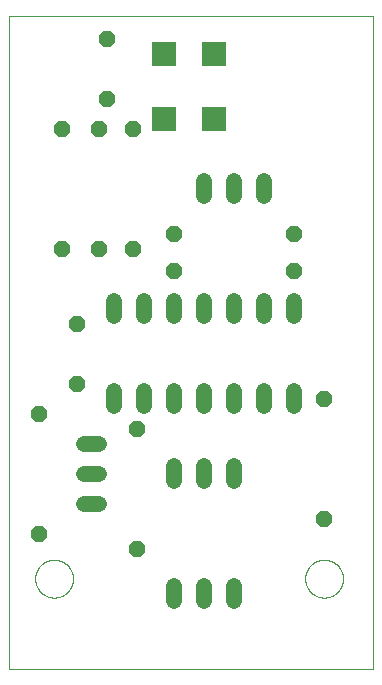
<source format=gtl>
G75*
%MOIN*%
%OFA0B0*%
%FSLAX25Y25*%
%IPPOS*%
%LPD*%
%AMOC8*
5,1,8,0,0,1.08239X$1,22.5*
%
%ADD10C,0.00000*%
%ADD11OC8,0.05200*%
%ADD12R,0.08268X0.08268*%
%ADD13C,0.05200*%
D10*
X0001800Y0001800D02*
X0001800Y0219261D01*
X0123001Y0219261D01*
X0123001Y0001800D01*
X0001800Y0001800D01*
X0010501Y0031800D02*
X0010503Y0031958D01*
X0010509Y0032116D01*
X0010519Y0032274D01*
X0010533Y0032432D01*
X0010551Y0032589D01*
X0010572Y0032746D01*
X0010598Y0032902D01*
X0010628Y0033058D01*
X0010661Y0033213D01*
X0010699Y0033366D01*
X0010740Y0033519D01*
X0010785Y0033671D01*
X0010834Y0033822D01*
X0010887Y0033971D01*
X0010943Y0034119D01*
X0011003Y0034265D01*
X0011067Y0034410D01*
X0011135Y0034553D01*
X0011206Y0034695D01*
X0011280Y0034835D01*
X0011358Y0034972D01*
X0011440Y0035108D01*
X0011524Y0035242D01*
X0011613Y0035373D01*
X0011704Y0035502D01*
X0011799Y0035629D01*
X0011896Y0035754D01*
X0011997Y0035876D01*
X0012101Y0035995D01*
X0012208Y0036112D01*
X0012318Y0036226D01*
X0012431Y0036337D01*
X0012546Y0036446D01*
X0012664Y0036551D01*
X0012785Y0036653D01*
X0012908Y0036753D01*
X0013034Y0036849D01*
X0013162Y0036942D01*
X0013292Y0037032D01*
X0013425Y0037118D01*
X0013560Y0037202D01*
X0013696Y0037281D01*
X0013835Y0037358D01*
X0013976Y0037430D01*
X0014118Y0037500D01*
X0014262Y0037565D01*
X0014408Y0037627D01*
X0014555Y0037685D01*
X0014704Y0037740D01*
X0014854Y0037791D01*
X0015005Y0037838D01*
X0015157Y0037881D01*
X0015310Y0037920D01*
X0015465Y0037956D01*
X0015620Y0037987D01*
X0015776Y0038015D01*
X0015932Y0038039D01*
X0016089Y0038059D01*
X0016247Y0038075D01*
X0016404Y0038087D01*
X0016563Y0038095D01*
X0016721Y0038099D01*
X0016879Y0038099D01*
X0017037Y0038095D01*
X0017196Y0038087D01*
X0017353Y0038075D01*
X0017511Y0038059D01*
X0017668Y0038039D01*
X0017824Y0038015D01*
X0017980Y0037987D01*
X0018135Y0037956D01*
X0018290Y0037920D01*
X0018443Y0037881D01*
X0018595Y0037838D01*
X0018746Y0037791D01*
X0018896Y0037740D01*
X0019045Y0037685D01*
X0019192Y0037627D01*
X0019338Y0037565D01*
X0019482Y0037500D01*
X0019624Y0037430D01*
X0019765Y0037358D01*
X0019904Y0037281D01*
X0020040Y0037202D01*
X0020175Y0037118D01*
X0020308Y0037032D01*
X0020438Y0036942D01*
X0020566Y0036849D01*
X0020692Y0036753D01*
X0020815Y0036653D01*
X0020936Y0036551D01*
X0021054Y0036446D01*
X0021169Y0036337D01*
X0021282Y0036226D01*
X0021392Y0036112D01*
X0021499Y0035995D01*
X0021603Y0035876D01*
X0021704Y0035754D01*
X0021801Y0035629D01*
X0021896Y0035502D01*
X0021987Y0035373D01*
X0022076Y0035242D01*
X0022160Y0035108D01*
X0022242Y0034972D01*
X0022320Y0034835D01*
X0022394Y0034695D01*
X0022465Y0034553D01*
X0022533Y0034410D01*
X0022597Y0034265D01*
X0022657Y0034119D01*
X0022713Y0033971D01*
X0022766Y0033822D01*
X0022815Y0033671D01*
X0022860Y0033519D01*
X0022901Y0033366D01*
X0022939Y0033213D01*
X0022972Y0033058D01*
X0023002Y0032902D01*
X0023028Y0032746D01*
X0023049Y0032589D01*
X0023067Y0032432D01*
X0023081Y0032274D01*
X0023091Y0032116D01*
X0023097Y0031958D01*
X0023099Y0031800D01*
X0023097Y0031642D01*
X0023091Y0031484D01*
X0023081Y0031326D01*
X0023067Y0031168D01*
X0023049Y0031011D01*
X0023028Y0030854D01*
X0023002Y0030698D01*
X0022972Y0030542D01*
X0022939Y0030387D01*
X0022901Y0030234D01*
X0022860Y0030081D01*
X0022815Y0029929D01*
X0022766Y0029778D01*
X0022713Y0029629D01*
X0022657Y0029481D01*
X0022597Y0029335D01*
X0022533Y0029190D01*
X0022465Y0029047D01*
X0022394Y0028905D01*
X0022320Y0028765D01*
X0022242Y0028628D01*
X0022160Y0028492D01*
X0022076Y0028358D01*
X0021987Y0028227D01*
X0021896Y0028098D01*
X0021801Y0027971D01*
X0021704Y0027846D01*
X0021603Y0027724D01*
X0021499Y0027605D01*
X0021392Y0027488D01*
X0021282Y0027374D01*
X0021169Y0027263D01*
X0021054Y0027154D01*
X0020936Y0027049D01*
X0020815Y0026947D01*
X0020692Y0026847D01*
X0020566Y0026751D01*
X0020438Y0026658D01*
X0020308Y0026568D01*
X0020175Y0026482D01*
X0020040Y0026398D01*
X0019904Y0026319D01*
X0019765Y0026242D01*
X0019624Y0026170D01*
X0019482Y0026100D01*
X0019338Y0026035D01*
X0019192Y0025973D01*
X0019045Y0025915D01*
X0018896Y0025860D01*
X0018746Y0025809D01*
X0018595Y0025762D01*
X0018443Y0025719D01*
X0018290Y0025680D01*
X0018135Y0025644D01*
X0017980Y0025613D01*
X0017824Y0025585D01*
X0017668Y0025561D01*
X0017511Y0025541D01*
X0017353Y0025525D01*
X0017196Y0025513D01*
X0017037Y0025505D01*
X0016879Y0025501D01*
X0016721Y0025501D01*
X0016563Y0025505D01*
X0016404Y0025513D01*
X0016247Y0025525D01*
X0016089Y0025541D01*
X0015932Y0025561D01*
X0015776Y0025585D01*
X0015620Y0025613D01*
X0015465Y0025644D01*
X0015310Y0025680D01*
X0015157Y0025719D01*
X0015005Y0025762D01*
X0014854Y0025809D01*
X0014704Y0025860D01*
X0014555Y0025915D01*
X0014408Y0025973D01*
X0014262Y0026035D01*
X0014118Y0026100D01*
X0013976Y0026170D01*
X0013835Y0026242D01*
X0013696Y0026319D01*
X0013560Y0026398D01*
X0013425Y0026482D01*
X0013292Y0026568D01*
X0013162Y0026658D01*
X0013034Y0026751D01*
X0012908Y0026847D01*
X0012785Y0026947D01*
X0012664Y0027049D01*
X0012546Y0027154D01*
X0012431Y0027263D01*
X0012318Y0027374D01*
X0012208Y0027488D01*
X0012101Y0027605D01*
X0011997Y0027724D01*
X0011896Y0027846D01*
X0011799Y0027971D01*
X0011704Y0028098D01*
X0011613Y0028227D01*
X0011524Y0028358D01*
X0011440Y0028492D01*
X0011358Y0028628D01*
X0011280Y0028765D01*
X0011206Y0028905D01*
X0011135Y0029047D01*
X0011067Y0029190D01*
X0011003Y0029335D01*
X0010943Y0029481D01*
X0010887Y0029629D01*
X0010834Y0029778D01*
X0010785Y0029929D01*
X0010740Y0030081D01*
X0010699Y0030234D01*
X0010661Y0030387D01*
X0010628Y0030542D01*
X0010598Y0030698D01*
X0010572Y0030854D01*
X0010551Y0031011D01*
X0010533Y0031168D01*
X0010519Y0031326D01*
X0010509Y0031484D01*
X0010503Y0031642D01*
X0010501Y0031800D01*
X0100501Y0031800D02*
X0100503Y0031958D01*
X0100509Y0032116D01*
X0100519Y0032274D01*
X0100533Y0032432D01*
X0100551Y0032589D01*
X0100572Y0032746D01*
X0100598Y0032902D01*
X0100628Y0033058D01*
X0100661Y0033213D01*
X0100699Y0033366D01*
X0100740Y0033519D01*
X0100785Y0033671D01*
X0100834Y0033822D01*
X0100887Y0033971D01*
X0100943Y0034119D01*
X0101003Y0034265D01*
X0101067Y0034410D01*
X0101135Y0034553D01*
X0101206Y0034695D01*
X0101280Y0034835D01*
X0101358Y0034972D01*
X0101440Y0035108D01*
X0101524Y0035242D01*
X0101613Y0035373D01*
X0101704Y0035502D01*
X0101799Y0035629D01*
X0101896Y0035754D01*
X0101997Y0035876D01*
X0102101Y0035995D01*
X0102208Y0036112D01*
X0102318Y0036226D01*
X0102431Y0036337D01*
X0102546Y0036446D01*
X0102664Y0036551D01*
X0102785Y0036653D01*
X0102908Y0036753D01*
X0103034Y0036849D01*
X0103162Y0036942D01*
X0103292Y0037032D01*
X0103425Y0037118D01*
X0103560Y0037202D01*
X0103696Y0037281D01*
X0103835Y0037358D01*
X0103976Y0037430D01*
X0104118Y0037500D01*
X0104262Y0037565D01*
X0104408Y0037627D01*
X0104555Y0037685D01*
X0104704Y0037740D01*
X0104854Y0037791D01*
X0105005Y0037838D01*
X0105157Y0037881D01*
X0105310Y0037920D01*
X0105465Y0037956D01*
X0105620Y0037987D01*
X0105776Y0038015D01*
X0105932Y0038039D01*
X0106089Y0038059D01*
X0106247Y0038075D01*
X0106404Y0038087D01*
X0106563Y0038095D01*
X0106721Y0038099D01*
X0106879Y0038099D01*
X0107037Y0038095D01*
X0107196Y0038087D01*
X0107353Y0038075D01*
X0107511Y0038059D01*
X0107668Y0038039D01*
X0107824Y0038015D01*
X0107980Y0037987D01*
X0108135Y0037956D01*
X0108290Y0037920D01*
X0108443Y0037881D01*
X0108595Y0037838D01*
X0108746Y0037791D01*
X0108896Y0037740D01*
X0109045Y0037685D01*
X0109192Y0037627D01*
X0109338Y0037565D01*
X0109482Y0037500D01*
X0109624Y0037430D01*
X0109765Y0037358D01*
X0109904Y0037281D01*
X0110040Y0037202D01*
X0110175Y0037118D01*
X0110308Y0037032D01*
X0110438Y0036942D01*
X0110566Y0036849D01*
X0110692Y0036753D01*
X0110815Y0036653D01*
X0110936Y0036551D01*
X0111054Y0036446D01*
X0111169Y0036337D01*
X0111282Y0036226D01*
X0111392Y0036112D01*
X0111499Y0035995D01*
X0111603Y0035876D01*
X0111704Y0035754D01*
X0111801Y0035629D01*
X0111896Y0035502D01*
X0111987Y0035373D01*
X0112076Y0035242D01*
X0112160Y0035108D01*
X0112242Y0034972D01*
X0112320Y0034835D01*
X0112394Y0034695D01*
X0112465Y0034553D01*
X0112533Y0034410D01*
X0112597Y0034265D01*
X0112657Y0034119D01*
X0112713Y0033971D01*
X0112766Y0033822D01*
X0112815Y0033671D01*
X0112860Y0033519D01*
X0112901Y0033366D01*
X0112939Y0033213D01*
X0112972Y0033058D01*
X0113002Y0032902D01*
X0113028Y0032746D01*
X0113049Y0032589D01*
X0113067Y0032432D01*
X0113081Y0032274D01*
X0113091Y0032116D01*
X0113097Y0031958D01*
X0113099Y0031800D01*
X0113097Y0031642D01*
X0113091Y0031484D01*
X0113081Y0031326D01*
X0113067Y0031168D01*
X0113049Y0031011D01*
X0113028Y0030854D01*
X0113002Y0030698D01*
X0112972Y0030542D01*
X0112939Y0030387D01*
X0112901Y0030234D01*
X0112860Y0030081D01*
X0112815Y0029929D01*
X0112766Y0029778D01*
X0112713Y0029629D01*
X0112657Y0029481D01*
X0112597Y0029335D01*
X0112533Y0029190D01*
X0112465Y0029047D01*
X0112394Y0028905D01*
X0112320Y0028765D01*
X0112242Y0028628D01*
X0112160Y0028492D01*
X0112076Y0028358D01*
X0111987Y0028227D01*
X0111896Y0028098D01*
X0111801Y0027971D01*
X0111704Y0027846D01*
X0111603Y0027724D01*
X0111499Y0027605D01*
X0111392Y0027488D01*
X0111282Y0027374D01*
X0111169Y0027263D01*
X0111054Y0027154D01*
X0110936Y0027049D01*
X0110815Y0026947D01*
X0110692Y0026847D01*
X0110566Y0026751D01*
X0110438Y0026658D01*
X0110308Y0026568D01*
X0110175Y0026482D01*
X0110040Y0026398D01*
X0109904Y0026319D01*
X0109765Y0026242D01*
X0109624Y0026170D01*
X0109482Y0026100D01*
X0109338Y0026035D01*
X0109192Y0025973D01*
X0109045Y0025915D01*
X0108896Y0025860D01*
X0108746Y0025809D01*
X0108595Y0025762D01*
X0108443Y0025719D01*
X0108290Y0025680D01*
X0108135Y0025644D01*
X0107980Y0025613D01*
X0107824Y0025585D01*
X0107668Y0025561D01*
X0107511Y0025541D01*
X0107353Y0025525D01*
X0107196Y0025513D01*
X0107037Y0025505D01*
X0106879Y0025501D01*
X0106721Y0025501D01*
X0106563Y0025505D01*
X0106404Y0025513D01*
X0106247Y0025525D01*
X0106089Y0025541D01*
X0105932Y0025561D01*
X0105776Y0025585D01*
X0105620Y0025613D01*
X0105465Y0025644D01*
X0105310Y0025680D01*
X0105157Y0025719D01*
X0105005Y0025762D01*
X0104854Y0025809D01*
X0104704Y0025860D01*
X0104555Y0025915D01*
X0104408Y0025973D01*
X0104262Y0026035D01*
X0104118Y0026100D01*
X0103976Y0026170D01*
X0103835Y0026242D01*
X0103696Y0026319D01*
X0103560Y0026398D01*
X0103425Y0026482D01*
X0103292Y0026568D01*
X0103162Y0026658D01*
X0103034Y0026751D01*
X0102908Y0026847D01*
X0102785Y0026947D01*
X0102664Y0027049D01*
X0102546Y0027154D01*
X0102431Y0027263D01*
X0102318Y0027374D01*
X0102208Y0027488D01*
X0102101Y0027605D01*
X0101997Y0027724D01*
X0101896Y0027846D01*
X0101799Y0027971D01*
X0101704Y0028098D01*
X0101613Y0028227D01*
X0101524Y0028358D01*
X0101440Y0028492D01*
X0101358Y0028628D01*
X0101280Y0028765D01*
X0101206Y0028905D01*
X0101135Y0029047D01*
X0101067Y0029190D01*
X0101003Y0029335D01*
X0100943Y0029481D01*
X0100887Y0029629D01*
X0100834Y0029778D01*
X0100785Y0029929D01*
X0100740Y0030081D01*
X0100699Y0030234D01*
X0100661Y0030387D01*
X0100628Y0030542D01*
X0100598Y0030698D01*
X0100572Y0030854D01*
X0100551Y0031011D01*
X0100533Y0031168D01*
X0100519Y0031326D01*
X0100509Y0031484D01*
X0100503Y0031642D01*
X0100501Y0031800D01*
D11*
X0106800Y0051800D03*
X0106800Y0091800D03*
X0096800Y0134300D03*
X0096800Y0146800D03*
X0056800Y0146800D03*
X0056800Y0134300D03*
X0043050Y0141800D03*
X0031800Y0141800D03*
X0024300Y0116800D03*
X0024300Y0096800D03*
X0011800Y0086800D03*
X0011800Y0046800D03*
X0044300Y0041800D03*
X0044300Y0081800D03*
X0019300Y0141800D03*
X0019300Y0181800D03*
X0031800Y0181800D03*
X0034300Y0191800D03*
X0043050Y0181800D03*
X0034300Y0211800D03*
D12*
X0053532Y0206800D03*
X0053532Y0185146D03*
X0070068Y0185146D03*
X0070068Y0206800D03*
D13*
X0066800Y0164400D02*
X0066800Y0159200D01*
X0076800Y0159200D02*
X0076800Y0164400D01*
X0086800Y0164400D02*
X0086800Y0159200D01*
X0086800Y0124400D02*
X0086800Y0119200D01*
X0096800Y0119200D02*
X0096800Y0124400D01*
X0096800Y0094400D02*
X0096800Y0089200D01*
X0086800Y0089200D02*
X0086800Y0094400D01*
X0076800Y0094400D02*
X0076800Y0089200D01*
X0076800Y0069400D02*
X0076800Y0064200D01*
X0066800Y0064200D02*
X0066800Y0069400D01*
X0056800Y0069400D02*
X0056800Y0064200D01*
X0056800Y0089200D02*
X0056800Y0094400D01*
X0066800Y0094400D02*
X0066800Y0089200D01*
X0066800Y0119200D02*
X0066800Y0124400D01*
X0056800Y0124400D02*
X0056800Y0119200D01*
X0046800Y0119200D02*
X0046800Y0124400D01*
X0036800Y0124400D02*
X0036800Y0119200D01*
X0036800Y0094400D02*
X0036800Y0089200D01*
X0031900Y0076800D02*
X0026700Y0076800D01*
X0026700Y0066800D02*
X0031900Y0066800D01*
X0031900Y0056800D02*
X0026700Y0056800D01*
X0046800Y0089200D02*
X0046800Y0094400D01*
X0076800Y0119200D02*
X0076800Y0124400D01*
X0076800Y0029400D02*
X0076800Y0024200D01*
X0066800Y0024200D02*
X0066800Y0029400D01*
X0056800Y0029400D02*
X0056800Y0024200D01*
M02*

</source>
